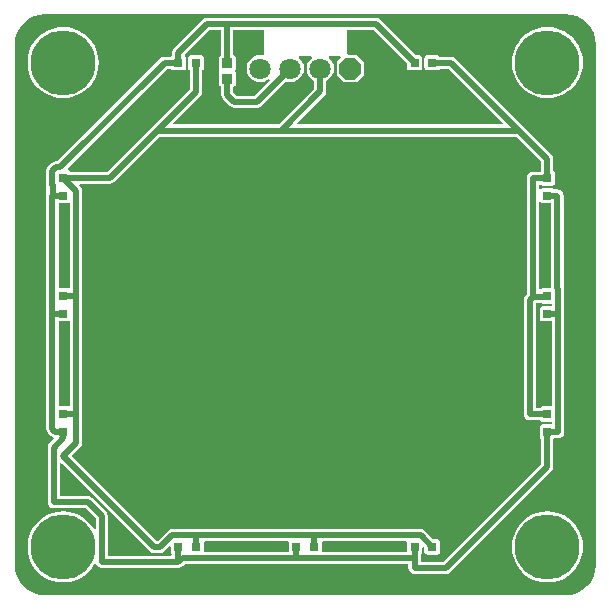
<source format=gtl>
G04 Layer_Physical_Order=1*
G04 Layer_Color=255*
%FSLAX44Y44*%
%MOMM*%
G71*
G01*
G75*
%ADD10R,0.8000X0.8000*%
%ADD11R,0.8000X0.8000*%
%ADD12R,0.9500X0.8500*%
%ADD13C,0.5000*%
%ADD14P,1.9483X8X202.5*%
%ADD15C,1.8000*%
%ADD16C,5.5000*%
G36*
X475109Y495686D02*
X480022Y494196D01*
X484550Y491775D01*
X488518Y488518D01*
X491775Y484550D01*
X494196Y480022D01*
X495686Y475109D01*
X496165Y470248D01*
X496115Y470000D01*
X496115Y30000D01*
X496165Y29752D01*
X495686Y24891D01*
X494196Y19978D01*
X491775Y15450D01*
X488518Y11481D01*
X484550Y8224D01*
X480022Y5804D01*
X475109Y4314D01*
X471250Y3934D01*
X470000Y3885D01*
X470000Y3885D01*
X468730Y3885D01*
X31269Y3885D01*
X30000Y3885D01*
X28750Y3934D01*
X24891Y4314D01*
X19978Y5804D01*
X15450Y8224D01*
X11481Y11481D01*
X8224Y15450D01*
X5804Y19978D01*
X4314Y24891D01*
X3934Y28750D01*
X3885Y30000D01*
X3885Y30000D01*
X3885Y31252D01*
X3885Y470000D01*
X3835Y470248D01*
X4314Y475109D01*
X5804Y480022D01*
X8224Y484550D01*
X11481Y488518D01*
X15450Y491775D01*
X19978Y494196D01*
X24891Y495686D01*
X29752Y496165D01*
X30000Y496115D01*
X470000Y496115D01*
X470248Y496165D01*
X475109Y495686D01*
D02*
G37*
%LPC*%
G36*
X455000Y485133D02*
X450286Y484762D01*
X445688Y483658D01*
X441320Y481849D01*
X437288Y479378D01*
X433693Y476307D01*
X430622Y472712D01*
X428151Y468680D01*
X426342Y464312D01*
X425238Y459714D01*
X424867Y455000D01*
X425238Y450286D01*
X426342Y445688D01*
X428151Y441320D01*
X430622Y437288D01*
X433693Y433693D01*
X437288Y430622D01*
X441320Y428151D01*
X445688Y426342D01*
X450286Y425238D01*
X455000Y424867D01*
X459714Y425238D01*
X464312Y426342D01*
X468680Y428151D01*
X472712Y430622D01*
X476307Y433693D01*
X479378Y437288D01*
X481849Y441320D01*
X483658Y445688D01*
X484762Y450286D01*
X485133Y455000D01*
X484762Y459714D01*
X483658Y464312D01*
X481849Y468680D01*
X479378Y472712D01*
X476307Y476307D01*
X472712Y479378D01*
X468680Y481849D01*
X464312Y483658D01*
X459714Y484762D01*
X455000Y485133D01*
D02*
G37*
G36*
X45000D02*
X40286Y484762D01*
X35688Y483658D01*
X31320Y481849D01*
X27288Y479378D01*
X23693Y476307D01*
X20622Y472712D01*
X18151Y468680D01*
X16342Y464312D01*
X15238Y459714D01*
X14867Y455000D01*
X15238Y450286D01*
X16342Y445688D01*
X18151Y441320D01*
X20622Y437288D01*
X23693Y433693D01*
X27288Y430622D01*
X31320Y428151D01*
X35688Y426342D01*
X40286Y425238D01*
X45000Y424867D01*
X49714Y425238D01*
X54311Y426342D01*
X58680Y428151D01*
X62712Y430622D01*
X66307Y433693D01*
X69378Y437288D01*
X71849Y441320D01*
X73658Y445688D01*
X74762Y450286D01*
X75133Y455000D01*
X74762Y459714D01*
X73658Y464312D01*
X71849Y468680D01*
X69378Y472712D01*
X66307Y476307D01*
X62712Y479378D01*
X58680Y481849D01*
X54311Y483658D01*
X49714Y484762D01*
X45000Y485133D01*
D02*
G37*
G36*
X455000Y75133D02*
X450286Y74762D01*
X445688Y73658D01*
X441320Y71849D01*
X437288Y69378D01*
X433693Y66307D01*
X430622Y62712D01*
X428151Y58680D01*
X426342Y54311D01*
X425238Y49714D01*
X424867Y45000D01*
X425238Y40286D01*
X426342Y35688D01*
X428151Y31320D01*
X430622Y27288D01*
X433693Y23693D01*
X437288Y20622D01*
X441320Y18151D01*
X445688Y16342D01*
X450286Y15238D01*
X455000Y14867D01*
X459714Y15238D01*
X464312Y16342D01*
X468680Y18151D01*
X472712Y20622D01*
X476307Y23693D01*
X479378Y27288D01*
X481849Y31320D01*
X483658Y35688D01*
X484762Y40286D01*
X485133Y45000D01*
X484762Y49714D01*
X483658Y54311D01*
X481849Y58680D01*
X479378Y62712D01*
X476307Y66307D01*
X472712Y69378D01*
X468680Y71849D01*
X464312Y73658D01*
X459714Y74762D01*
X455000Y75133D01*
D02*
G37*
G36*
X309500Y493139D02*
X167000D01*
X165033Y492748D01*
X163366Y491634D01*
X138866Y467134D01*
X137752Y465466D01*
X137361Y463500D01*
Y461294D01*
X136669Y460831D01*
X136206Y460139D01*
X131000D01*
X129033Y459748D01*
X127366Y458634D01*
X40412Y371679D01*
X38912D01*
X36946Y371288D01*
X35279Y370174D01*
X32326Y367221D01*
X31212Y365554D01*
X30821Y363588D01*
Y351372D01*
X30861Y351171D01*
Y342160D01*
X30821Y341960D01*
Y242000D01*
Y163589D01*
X30821Y163588D01*
Y145040D01*
X31212Y143074D01*
X32326Y141406D01*
X34866Y138866D01*
X36534Y137752D01*
X36767Y137706D01*
X37136Y136491D01*
X33366Y132721D01*
X32252Y131054D01*
X31861Y129088D01*
Y83019D01*
X32252Y81052D01*
X33366Y79385D01*
X35034Y78271D01*
X37000Y77880D01*
X63933D01*
X72401Y69412D01*
Y60209D01*
X71131Y59851D01*
X69378Y62712D01*
X66307Y66307D01*
X62712Y69378D01*
X58680Y71849D01*
X54311Y73658D01*
X49714Y74762D01*
X45000Y75133D01*
X40286Y74762D01*
X35688Y73658D01*
X31320Y71849D01*
X27288Y69378D01*
X23693Y66307D01*
X20622Y62712D01*
X18151Y58680D01*
X16342Y54311D01*
X15238Y49714D01*
X14867Y45000D01*
X15238Y40286D01*
X16342Y35688D01*
X18151Y31320D01*
X20622Y27288D01*
X23693Y23693D01*
X27288Y20622D01*
X31320Y18151D01*
X35688Y16342D01*
X40286Y15238D01*
X45000Y14867D01*
X49714Y15238D01*
X54311Y16342D01*
X58680Y18151D01*
X62712Y20622D01*
X66307Y23693D01*
X69378Y27288D01*
X71472Y30705D01*
X72792Y30573D01*
X73906Y28906D01*
X75574Y27792D01*
X77540Y27401D01*
X142620D01*
X144587Y27792D01*
X146254Y28906D01*
X148168Y30821D01*
X337361D01*
Y27500D01*
X337752Y25533D01*
X338866Y23866D01*
X339366Y23366D01*
X341034Y22252D01*
X343000Y21861D01*
X369000D01*
X370966Y22252D01*
X372634Y23366D01*
X458634Y109366D01*
X459748Y111033D01*
X460139Y113000D01*
Y136206D01*
X460831Y136669D01*
X460933Y136821D01*
X464040D01*
X466007Y137212D01*
X467674Y138326D01*
X468788Y139993D01*
X469179Y141960D01*
Y242420D01*
X469171Y242460D01*
X469179Y242500D01*
Y263588D01*
X468788Y265554D01*
X468639Y265777D01*
Y342500D01*
X468248Y344467D01*
X467134Y346134D01*
X465467Y347248D01*
X463500Y347639D01*
X463500Y347639D01*
X461294D01*
X460831Y348331D01*
X459991Y348893D01*
X459000Y349090D01*
X451000D01*
X450009Y348893D01*
X449169Y348331D01*
X448909Y347942D01*
X447639Y348327D01*
Y351713D01*
X448909Y352058D01*
X449169Y351669D01*
X450009Y351107D01*
X451000Y350910D01*
X459000D01*
X459991Y351107D01*
X460831Y351669D01*
X461393Y352509D01*
X461590Y353500D01*
Y361500D01*
X461393Y362491D01*
X460831Y363331D01*
X460139Y363794D01*
Y373540D01*
X459748Y375507D01*
X458634Y377174D01*
X434674Y401134D01*
X434674Y401134D01*
X377174Y458634D01*
X375507Y459748D01*
X373540Y460139D01*
X363794D01*
X363331Y460831D01*
X362491Y461393D01*
X361500Y461590D01*
X353500D01*
X352509Y461393D01*
X351669Y460831D01*
X351107Y459991D01*
X350910Y459000D01*
Y451000D01*
X351107Y450009D01*
X351669Y449169D01*
X352509Y448607D01*
X353500Y448410D01*
X361500D01*
X362491Y448607D01*
X363331Y449169D01*
X363794Y449861D01*
X371412D01*
X417461Y403812D01*
X416975Y402639D01*
X243565D01*
X243079Y403812D01*
X266334Y427066D01*
X267447Y428733D01*
X267839Y430700D01*
Y439638D01*
X268520Y439920D01*
X270930Y441770D01*
X272780Y444180D01*
X273943Y446987D01*
X274340Y450000D01*
X273943Y453013D01*
X272780Y455820D01*
X270930Y458230D01*
X270005Y458940D01*
X270436Y460210D01*
X279488D01*
X279974Y459037D01*
X277269Y456331D01*
X276707Y455491D01*
X276510Y454500D01*
Y445500D01*
X276707Y444509D01*
X277269Y443669D01*
X281769Y439169D01*
X282609Y438607D01*
X283600Y438410D01*
X292600D01*
X293591Y438607D01*
X294431Y439169D01*
X298931Y443669D01*
X299493Y444509D01*
X299690Y445500D01*
Y454500D01*
X299493Y455491D01*
X298931Y456331D01*
X294431Y460831D01*
X293591Y461393D01*
X292600Y461590D01*
X286144D01*
X285090Y462800D01*
Y482800D01*
X285140Y482861D01*
X307372D01*
X335910Y454323D01*
Y451000D01*
X336107Y450009D01*
X336669Y449169D01*
X337509Y448607D01*
X338500Y448410D01*
X346500D01*
X347491Y448607D01*
X348331Y449169D01*
X348893Y450009D01*
X349090Y451000D01*
Y459000D01*
X348893Y459991D01*
X348331Y460831D01*
X347491Y461393D01*
X346500Y461590D01*
X343177D01*
X313134Y491634D01*
X311467Y492748D01*
X309500Y493139D01*
D02*
G37*
%LPD*%
G36*
X235912Y49000D02*
Y41099D01*
X164090D01*
Y49000D01*
X164797Y49861D01*
X235205D01*
X235912Y49000D01*
D02*
G37*
G36*
X335910D02*
Y41099D01*
X264090D01*
Y49000D01*
X264797Y49861D01*
X335203D01*
X335910Y49000D01*
D02*
G37*
G36*
X118366Y41366D02*
X120034Y40252D01*
X122000Y39861D01*
X127000D01*
X128967Y40252D01*
X130634Y41366D01*
X134737Y45470D01*
X135910Y44984D01*
Y43746D01*
X135861Y43500D01*
X135910Y43254D01*
Y41000D01*
X136107Y40009D01*
X136669Y39169D01*
X136998Y38949D01*
X136613Y37679D01*
X82679D01*
Y71540D01*
X82288Y73506D01*
X81174Y75174D01*
X69695Y86652D01*
X68028Y87766D01*
X66062Y88157D01*
X42139D01*
Y115935D01*
X43312Y116421D01*
X118366Y41366D01*
D02*
G37*
G36*
X449861Y371412D02*
Y363794D01*
X449169Y363331D01*
X448706Y362639D01*
X442500D01*
X440533Y362248D01*
X438866Y361134D01*
X437752Y359467D01*
X437361Y357500D01*
Y258629D01*
X436366Y257634D01*
X435252Y255966D01*
X434861Y254000D01*
Y157500D01*
X435252Y155534D01*
X436366Y153866D01*
X438033Y152753D01*
X440000Y152361D01*
X448706D01*
X449169Y151669D01*
X450009Y151107D01*
X451000Y150910D01*
X458901D01*
Y149090D01*
X451000D01*
X450009Y148893D01*
X449169Y148331D01*
X448607Y147491D01*
X448410Y146500D01*
Y138500D01*
X448607Y137509D01*
X449169Y136669D01*
X449861Y136206D01*
Y115128D01*
X366871Y32139D01*
X347639D01*
Y38706D01*
X348331Y39169D01*
X348893Y40009D01*
X349090Y41000D01*
Y43891D01*
X350360Y44513D01*
X350910Y44085D01*
Y41000D01*
X351107Y40009D01*
X351669Y39169D01*
X352509Y38607D01*
X353500Y38410D01*
X361500D01*
X362491Y38607D01*
X363331Y39169D01*
X363893Y40009D01*
X364090Y41000D01*
Y49000D01*
X363893Y49991D01*
X363331Y50831D01*
X362491Y51393D01*
X361500Y51590D01*
X358305D01*
X351261Y58634D01*
X349594Y59748D01*
X347628Y60139D01*
X137000D01*
X135034Y59748D01*
X133366Y58634D01*
X124872Y50139D01*
X124129D01*
X52267Y122000D01*
X59634Y129366D01*
X60748Y131033D01*
X61139Y133000D01*
Y158000D01*
Y258000D01*
Y346628D01*
X60748Y348594D01*
X59634Y350261D01*
X58707Y351188D01*
X59193Y352361D01*
X84500D01*
X86467Y352752D01*
X88134Y353866D01*
X126629Y392361D01*
X428912D01*
X449861Y371412D01*
D02*
G37*
G36*
X450009Y251107D02*
X451000Y250910D01*
X458901D01*
Y249090D01*
X451000D01*
X450009Y248893D01*
X449169Y248331D01*
X448607Y247491D01*
X448410Y246500D01*
Y238500D01*
X448607Y237509D01*
X449169Y236669D01*
X450009Y236107D01*
X451000Y235910D01*
X458901D01*
Y164090D01*
X451000D01*
X450009Y163893D01*
X449169Y163331D01*
X448706Y162639D01*
X445139D01*
Y251361D01*
X449629D01*
X450009Y251107D01*
D02*
G37*
G36*
X178861Y461262D02*
X178259Y461143D01*
X177419Y460581D01*
X176857Y459741D01*
X176660Y458750D01*
Y450250D01*
X176857Y449259D01*
X177100Y448896D01*
X177317Y448000D01*
X177100Y447104D01*
X176857Y446741D01*
X176660Y445750D01*
Y437250D01*
X176857Y436259D01*
X177419Y435419D01*
X178259Y434857D01*
X178861Y434738D01*
Y428000D01*
X179252Y426034D01*
X180366Y424366D01*
X186366Y418366D01*
X188034Y417252D01*
X190000Y416861D01*
X209300D01*
X211267Y417252D01*
X212934Y418366D01*
X233606Y439039D01*
X234287Y438757D01*
X237300Y438360D01*
X240313Y438757D01*
X243120Y439920D01*
X245530Y441770D01*
X247380Y444180D01*
X248543Y446987D01*
X248940Y450000D01*
X248543Y453013D01*
X247380Y455820D01*
X245530Y458230D01*
X244605Y458940D01*
X245037Y460210D01*
X254963D01*
X255395Y458940D01*
X254470Y458230D01*
X252620Y455820D01*
X251457Y453013D01*
X251060Y450000D01*
X251457Y446987D01*
X252620Y444180D01*
X254470Y441770D01*
X256880Y439920D01*
X257561Y439638D01*
Y432828D01*
X227372Y402639D01*
X138565D01*
X138079Y403812D01*
X161134Y426866D01*
X162248Y428534D01*
X162639Y430500D01*
Y448706D01*
X163331Y449169D01*
X163893Y450009D01*
X164090Y451000D01*
Y459000D01*
X163893Y459991D01*
X163331Y460831D01*
X162491Y461393D01*
X161500Y461590D01*
X153500D01*
X152509Y461393D01*
X151669Y460831D01*
X151107Y459991D01*
X150910Y459000D01*
Y451000D01*
X151107Y450009D01*
X151669Y449169D01*
X152361Y448706D01*
Y432629D01*
X120866Y401134D01*
X82372Y362639D01*
X51294D01*
X50831Y363331D01*
X49991Y363893D01*
X49128Y364064D01*
X48771Y364642D01*
X48519Y365252D01*
X133128Y449861D01*
X136206D01*
X136669Y449169D01*
X137509Y448607D01*
X138500Y448410D01*
X146500D01*
X147491Y448607D01*
X148331Y449169D01*
X148893Y450009D01*
X149090Y451000D01*
Y459000D01*
X148893Y459991D01*
X148331Y460831D01*
X148508Y462241D01*
X169128Y482861D01*
X178861D01*
Y461262D01*
D02*
G37*
G36*
X214910Y482800D02*
Y462800D01*
X214967Y462517D01*
X213994Y461364D01*
X211900Y461640D01*
X208888Y461243D01*
X206080Y460080D01*
X203670Y458230D01*
X201820Y455820D01*
X200657Y453013D01*
X200261Y450000D01*
X200657Y446987D01*
X201820Y444180D01*
X203670Y441770D01*
X206080Y439920D01*
X208888Y438757D01*
X211900Y438360D01*
X214912Y438757D01*
X217720Y439920D01*
X219597Y441360D01*
X220436Y440403D01*
X207171Y427139D01*
X192129D01*
X189139Y430129D01*
Y434738D01*
X189741Y434857D01*
X190581Y435419D01*
X191143Y436259D01*
X191340Y437250D01*
Y445750D01*
X191143Y446741D01*
X190900Y447104D01*
X190683Y448000D01*
X190900Y448896D01*
X191143Y449259D01*
X191340Y450250D01*
Y458750D01*
X191143Y459741D01*
X190581Y460581D01*
X189741Y461143D01*
X189139Y461262D01*
Y482861D01*
X214860D01*
X214910Y482800D01*
D02*
G37*
G36*
X50861Y264040D02*
X41099D01*
Y335960D01*
X50861D01*
Y264040D01*
D02*
G37*
G36*
Y164040D02*
X41099D01*
Y235960D01*
X50861D01*
Y164040D01*
D02*
G37*
G36*
X449169Y336669D02*
X450009Y336107D01*
X451000Y335910D01*
X458361D01*
Y264128D01*
X458330Y264090D01*
X451000D01*
X450009Y263893D01*
X449169Y263331D01*
X448909Y262942D01*
X447639Y263327D01*
Y336673D01*
X448909Y337058D01*
X449169Y336669D01*
D02*
G37*
D10*
X45000Y357500D02*
D03*
Y342500D02*
D03*
X45000Y257500D02*
D03*
Y242500D02*
D03*
X45000Y157500D02*
D03*
Y142500D02*
D03*
X455000Y357500D02*
D03*
X455000Y342500D02*
D03*
X455000Y257500D02*
D03*
Y242500D02*
D03*
Y157500D02*
D03*
Y142500D02*
D03*
D11*
X157500Y455000D02*
D03*
X142500Y455000D02*
D03*
X357500D02*
D03*
X342500Y455000D02*
D03*
X357500Y45000D02*
D03*
X342500D02*
D03*
X257500D02*
D03*
X242501D02*
D03*
X157500D02*
D03*
X142500D02*
D03*
D12*
X184000Y454500D02*
D03*
Y441500D02*
D03*
D13*
X309500Y488000D02*
X342500Y455000D01*
X142500Y463500D02*
X167000Y488000D01*
X142500Y455000D02*
Y463500D01*
X157000Y55000D02*
X258000D01*
X137000D02*
X157000D01*
X157500Y54500D01*
Y45000D02*
Y54500D01*
X258000Y55000D02*
X347628D01*
X257500Y54500D02*
X258000Y55000D01*
X257500Y45000D02*
Y54500D01*
X357500Y45000D02*
Y45128D01*
X347628Y55000D02*
X357500Y45128D01*
X127000Y45000D02*
X137000Y55000D01*
X56000Y158000D02*
Y258000D01*
Y133000D02*
Y158000D01*
X55500Y157500D02*
X56000Y158000D01*
X45000Y157500D02*
X55500D01*
X56000Y258000D02*
Y346628D01*
X55500Y257500D02*
X56000Y258000D01*
X45000Y257500D02*
X55500D01*
X45128Y357500D02*
X56000Y346628D01*
X45000Y122000D02*
X56000Y133000D01*
X142620Y32540D02*
X146040Y35960D01*
X37000Y83019D02*
Y129088D01*
X45000Y137088D01*
Y142500D01*
X455000Y142500D02*
X455540Y141960D01*
X464040D01*
Y242420D01*
X464000Y242460D02*
X464040Y242420D01*
X455000Y242500D02*
X455040Y242460D01*
X464000D01*
X464040Y242500D01*
Y263588D01*
X463500Y264128D02*
X464040Y263588D01*
X463500Y264128D02*
Y342500D01*
X463500Y342500D02*
X463500Y342500D01*
X455000Y342500D02*
X463500D01*
X146040Y35960D02*
X242540D01*
X242501Y45000D02*
X242540Y44961D01*
Y35960D02*
Y44961D01*
X35960Y163588D02*
Y242000D01*
X35960Y163588D02*
X35960Y163588D01*
X35960Y145040D02*
Y163588D01*
Y145040D02*
X38500Y142500D01*
X45000D01*
X44373Y242000D02*
X44873Y242500D01*
X35960Y242000D02*
X44373D01*
X44873Y242500D02*
X45000D01*
X35960Y242000D02*
Y341960D01*
X36000Y342000D01*
X44500D02*
X45000Y342500D01*
X36000Y342000D02*
X44500D01*
X36000D02*
Y351332D01*
X35960Y351372D02*
X36000Y351332D01*
X35960Y351372D02*
Y363588D01*
X38912Y366540D01*
X42540D01*
X66062Y83019D02*
X77540Y71540D01*
X37000Y83019D02*
X66062D01*
X77540Y32540D02*
Y71540D01*
Y32540D02*
X142620D01*
X45000Y122000D02*
X122000Y45000D01*
X127000D01*
X209300Y422000D02*
X237300Y450000D01*
X190000Y422000D02*
X209300D01*
X184000Y428000D02*
X190000Y422000D01*
X184000Y428000D02*
Y441500D01*
Y454500D02*
Y487000D01*
X183000Y488000D02*
X184000Y487000D01*
X167000Y488000D02*
X183000D01*
X309500D01*
X131000Y455000D02*
X142500D01*
X42540Y366540D02*
X131000Y455000D01*
X157500Y430500D02*
Y455000D01*
X45000Y357500D02*
X45128D01*
X84500D01*
X262700Y430700D02*
Y450000D01*
X229500Y397500D02*
X262700Y430700D01*
X124500Y397500D02*
X229500D01*
X84500Y357500D02*
X124500Y397500D01*
X157500Y430500D01*
X357500Y455000D02*
X373540D01*
X455000Y357500D02*
Y373540D01*
X229500Y397500D02*
X431040D01*
X455000Y373540D01*
X373540Y455000D02*
X431040Y397500D01*
X442500Y357500D02*
X455000D01*
X442500Y256500D02*
Y357500D01*
Y256500D02*
X454000D01*
X455000Y257500D01*
X440000Y157500D02*
X455000D01*
X440000D02*
Y254000D01*
X442500Y256500D01*
X455000Y113000D02*
Y142500D01*
X369000Y27000D02*
X455000Y113000D01*
X242540Y35960D02*
X342500D01*
Y27500D02*
X343000Y27000D01*
X369000D01*
X342500Y27500D02*
Y35960D01*
Y45000D01*
X141000Y43500D02*
X142500Y45000D01*
Y32660D02*
Y45000D01*
Y32660D02*
X142620Y32540D01*
D14*
X288100Y450000D02*
D03*
D15*
X262700D02*
D03*
X237300D02*
D03*
X211900D02*
D03*
D16*
X45000Y45000D02*
D03*
X455000Y455000D02*
D03*
X45000D02*
D03*
X455000Y45000D02*
D03*
M02*

</source>
